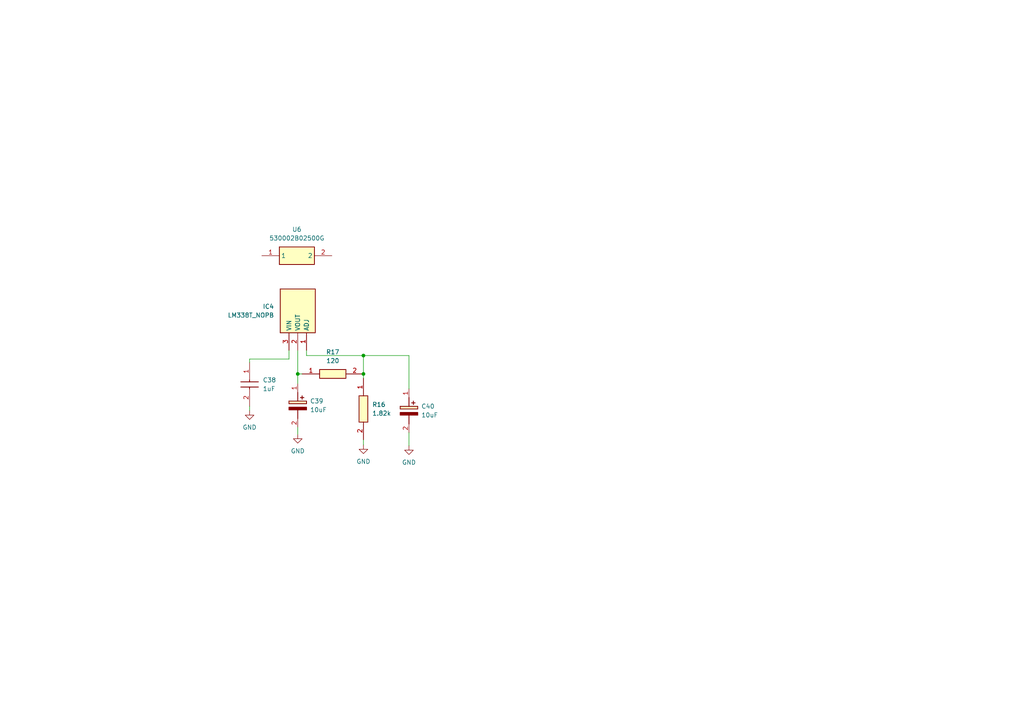
<source format=kicad_sch>
(kicad_sch (version 20230121) (generator eeschema)
  (paper "A4")
  (lib_symbols
    (symbol "Audio System:530002B02500G"
      (property "Reference" "U" (at 16.51 7.62 0))
      (property "Value" "530002B02500G" (at 16.51 5.08 0))
      (symbol "530002B02500G_1_1"
        (rectangle (start 5.08 2.54) (end 15.24 -2.54) (stroke (width 0.254)) (fill (type background)))
        (pin passive line (at 0 0 0) (length 5.08) (name "1") (number "1"))
        (pin passive line (at 20.32 0 180) (length 5.08) (name "2") (number "2"))
      )
    )
    (symbol "Audio System:A759BQ106M1VAAE090" (pin_names hide)
      (property "Reference" "C" (at 8.89 6.35 0))
      (property "Value" "A759BQ106M1VAAE090" (at 8.89 3.81 0))
      (symbol "A759BQ106M1VAAE090_1_1"
        (polyline (pts (xy 2.54 0) (xy 5.08 0)) (stroke (width 0.254)))
        (polyline (pts (xy 4.064 1.778) (xy 4.064 0.762)) (stroke (width 0.254)))
        (polyline (pts (xy 4.572 1.27) (xy 3.556 1.27)) (stroke (width 0.254)))
        (polyline (pts (xy 7.62 0) (xy 10.16 0)) (stroke (width 0.254)))
        (polyline (pts (xy 7.62 2.54) (xy 7.62 -2.54) (xy 6.858 -2.54) (xy 6.858 2.54) (xy 7.62 2.54)) (stroke (width 0.254)) (fill (type outline)))
        (rectangle (start 5.08 2.54) (end 5.842 -2.54) (stroke (width 0.254)) (fill (type background)))
        (pin passive line (at 0 0 0) (length 2.54) (name "+") (number "1"))
        (pin passive line (at 12.7 0 180) (length 2.54) (name "-") (number "2"))
      )
    )
    (symbol "Audio System:CL21B105KOFNNNE" (pin_names hide)
      (property "Reference" "C" (at 8.89 6.35 0))
      (property "Value" "CL21B105KOFNNNE" (at 8.89 3.81 0))
      (symbol "CL21B105KOFNNNE_1_1"
        (polyline (pts (xy 5.08 0) (xy 5.588 0)) (stroke (width 0.254)))
        (polyline (pts (xy 5.588 2.54) (xy 5.588 -2.54)) (stroke (width 0.254)))
        (polyline (pts (xy 7.112 0) (xy 7.62 0)) (stroke (width 0.254)))
        (polyline (pts (xy 7.112 2.54) (xy 7.112 -2.54)) (stroke (width 0.254)))
        (pin passive line (at 0 0 0) (length 5.08) (name "1") (number "1"))
        (pin passive line (at 12.7 0 180) (length 5.08) (name "2") (number "2"))
      )
    )
    (symbol "Audio System:LM338T_NOPB"
      (property "Reference" "IC" (at 19.05 7.62 0))
      (property "Value" "LM338T_NOPB" (at 19.05 5.08 0))
      (symbol "LM338T_NOPB_1_1"
        (rectangle (start 5.08 2.54) (end 17.78 -7.62) (stroke (width 0.254)) (fill (type background)))
        (pin passive line (at 0 0 0) (length 5.08) (name "ADJ") (number "1"))
        (pin passive line (at 0 -2.54 0) (length 5.08) (name "VOUT") (number "2"))
        (pin passive line (at 0 -5.08 0) (length 5.08) (name "VIN") (number "3"))
      )
    )
    (symbol "Audio System:RC0805FR-07120RL" (pin_names hide)
      (property "Reference" "R" (at 13.97 6.35 0))
      (property "Value" "RC0805FR-07120RL" (at 13.97 3.81 0))
      (symbol "RC0805FR-07120RL_1_1"
        (rectangle (start 5.08 1.27) (end 12.7 -1.27) (stroke (width 0.254)) (fill (type background)))
        (pin passive line (at 0 0 0) (length 5.08) (name "1") (number "1"))
        (pin passive line (at 17.78 0 180) (length 5.08) (name "2") (number "2"))
      )
    )
    (symbol "Audio System:RC1206FR-071K82L" (pin_names hide)
      (property "Reference" "R" (at 13.97 6.35 0))
      (property "Value" "RC1206FR-071K82L" (at 13.97 3.81 0))
      (symbol "RC1206FR-071K82L_1_1"
        (rectangle (start 5.08 1.27) (end 12.7 -1.27) (stroke (width 0.254)) (fill (type background)))
        (pin passive line (at 0 0 0) (length 5.08) (name "1") (number "1"))
        (pin passive line (at 17.78 0 180) (length 5.08) (name "2") (number "2"))
      )
    )
    (symbol "power:GND" (power) (pin_names (offset 0))
      (property "Value" "GND" (at 0 -3.81 0))
      (symbol "GND_0_1"
        (polyline (pts (xy 0 0) (xy 0 -1.27) (xy 1.27 -1.27) (xy 0 -2.54) (xy -1.27 -1.27) (xy 0 -1.27)))
      )
      (symbol "GND_1_1"
        (pin power_in line (at 0 0 270) (length 0) hide (name "GND") (number "1"))
      )
    )
  )
  (junction (at 105.41 103.124))
  (junction (at 86.36 108.458))
  (junction (at 105.41 108.458))
  (wire (pts (xy 105.41 103.124) (xy 88.9 103.124)))
  (wire (pts (xy 72.39 104.14) (xy 83.82 104.14)))
  (wire (pts (xy 118.618 125.476) (xy 118.618 129.286)))
  (wire (pts (xy 86.36 123.952) (xy 86.36 125.984)))
  (wire (pts (xy 105.41 108.458) (xy 105.41 109.728)))
  (wire (pts (xy 118.618 112.776) (xy 118.618 103.124)))
  (wire (pts (xy 83.82 104.14) (xy 83.82 101.6)))
  (wire (pts (xy 105.41 103.124) (xy 105.41 108.458)))
  (wire (pts (xy 72.39 105.156) (xy 72.39 104.14)))
  (wire (pts (xy 86.36 101.6) (xy 86.36 108.458)))
  (wire (pts (xy 86.36 108.458) (xy 87.63 108.458)))
  (wire (pts (xy 88.9 103.124) (xy 88.9 101.6)))
  (wire (pts (xy 118.618 103.124) (xy 105.41 103.124)))
  (wire (pts (xy 72.39 117.856) (xy 72.39 119.126)))
  (wire (pts (xy 86.36 108.458) (xy 86.36 111.252)))
  (wire (pts (xy 105.41 127.508) (xy 105.41 129.032)))
  (symbol (lib_id "power:GND") (at 72.39 119.126 0) (unit 1)
    (property "Reference" "#PWR036" (effects hide))
    (property "Value" "GND" (at 72.39 123.952 0))
  )
  (symbol (lib_id "Audio System:A759BQ106M1VAAE090") (at 86.36 111.252 270) (unit 1)
    (property "Reference" "C39" (at 89.916 116.332 90) (effects (justify left)))
    (property "Value" "10uF" (at 89.916 118.872 90) (effects (justify left)))
    (property "Footprint" "CAPPRD200W55D500H1200" (effects hide))
    (property "Datasheet" "https://www.kemet.com/specsheet/A759BQ106M1VAAE090" (effects hide))
    (property "Height" "12" (effects hide))
    (property "Manufacturer_Name" "KEMET" (effects hide))
    (property "Manufacturer_Part_Number" "A759BQ106M1VAAE090" (effects hide))
    (property "Mouser Part Number" "80-A759BQ106M1VAAE90" (effects hide))
    (property "Mouser Price/Stock" "https://www.mouser.co.uk/ProductDetail/KEMET/A759BQ106M1VAAE090?qs=M6jHmRuQorVuNB734fjr7g%3D%3D" (effects hide))
    (property "Arrow Part Number" "A759BQ106M1VAAE090" (effects hide))
    (property "Arrow Price/Stock" "https://www.arrow.com/en/products/a759bq106m1vaae090/kemet-corporation?region=nac" (effects hide))
  )
  (symbol (lib_id "Audio System:CL21B105KOFNNNE") (at 72.39 105.156 270) (unit 1)
    (property "Reference" "C38" (at 76.2 110.236 90) (effects (justify left)))
    (property "Value" "1uF" (at 76.2 112.776 90) (effects (justify left)))
    (property "Footprint" "CAPC2012X135N" (effects hide))
    (property "Datasheet" "https://www.mouser.in/datasheet/2/585/MLCC-1837944.pdf" (effects hide))
    (property "Height" "1.35" (effects hide))
    (property "Manufacturer_Name" "SAMSUNG" (effects hide))
    (property "Manufacturer_Part_Number" "CL21B105KOFNNNE" (effects hide))
    (property "Mouser Part Number" "187-CL21B105KOFNNNE" (effects hide))
    (property "Mouser Price/Stock" "https://www.mouser.co.uk/ProductDetail/Samsung-Electro-Mechanics/CL21B105KOFNNNE?qs=349EhDEZ59ohjD72SbqNgA%3D%3D" (effects hide))
    (property "Arrow Part Number" "CL21B105KOFNNNE" (effects hide))
    (property "Arrow Price/Stock" "https://www.arrow.com/en/products/cl21b105kofnnne/samsung-electro-mechanics?region=nac" (effects hide))
  )
  (symbol (lib_id "Audio System:A759BQ106M1VAAE090") (at 118.618 112.776 270) (unit 1)
    (property "Reference" "C40" (at 122.174 117.856 90) (effects (justify left)))
    (property "Value" "10uF" (at 122.174 120.396 90) (effects (justify left)))
    (property "Footprint" "CAPPRD200W55D500H1200" (effects hide))
    (property "Datasheet" "https://www.kemet.com/specsheet/A759BQ106M1VAAE090" (effects hide))
    (property "Height" "12" (effects hide))
    (property "Manufacturer_Name" "KEMET" (effects hide))
    (property "Manufacturer_Part_Number" "A759BQ106M1VAAE090" (effects hide))
    (property "Mouser Part Number" "80-A759BQ106M1VAAE90" (effects hide))
    (property "Mouser Price/Stock" "https://www.mouser.co.uk/ProductDetail/KEMET/A759BQ106M1VAAE090?qs=M6jHmRuQorVuNB734fjr7g%3D%3D" (effects hide))
    (property "Arrow Part Number" "A759BQ106M1VAAE090" (effects hide))
    (property "Arrow Price/Stock" "https://www.arrow.com/en/products/a759bq106m1vaae090/kemet-corporation?region=nac" (effects hide))
  )
  (symbol (lib_id "Audio System:530002B02500G") (at 75.946 74.168 0) (unit 1)
    (property "Reference" "U6" (at 86.106 66.548 0))
    (property "Value" "530002B02500G" (at 86.106 69.088 0))
    (property "Footprint" "529802B02500G" (effects hide))
    (property "Datasheet" "https://datasheet.datasheetarchive.com/originals/distributors/Datasheets-DGA11/2294712.pdf" (effects hide))
    (property "Manufacturer_Name" "Aavid Thermalloy" (effects hide))
    (property "Manufacturer_Part_Number" "530002B02500G" (effects hide))
    (property "Mouser Part Number" "532-530002B02500G" (effects hide))
    (property "Mouser Price/Stock" "https://www.mouser.co.uk/ProductDetail/Aavid/530002B02500G?qs=U7T%2FEnMyvTvnsUSILY5qjg%3D%3D" (effects hide))
    (property "Arrow Part Number" "530002B02500G" (effects hide))
    (property "Arrow Price/Stock" "https://www.arrow.com/en/products/530002b02500g/aavid-thermalloy" (effects hide))
  )
  (symbol (lib_id "Audio System:RC1206FR-071K82L") (at 105.41 109.728 270) (unit 1)
    (property "Reference" "R16" (at 107.95 117.348 90) (effects (justify left)))
    (property "Value" "1.82k" (at 107.95 119.888 90) (effects (justify left)))
    (property "Footprint" "RESC3116X65N" (effects hide))
    (property "Datasheet" "https://www.sos.sk/productdata/35/10/4/35104/RC1206.pdf" (effects hide))
    (property "Height" "0.65" (effects hide))
    (property "Manufacturer_Name" "KEMET" (effects hide))
    (property "Manufacturer_Part_Number" "RC1206FR-071K82L" (effects hide))
    (property "Mouser Part Number" "603-RC1206FR-071K82L" (effects hide))
    (property "Mouser Price/Stock" "https://www.mouser.com/Search/Refine.aspx?Keyword=603-RC1206FR-071K82L" (effects hide))
    (property "Arrow Part Number" "RC1206FR-071K82L" (effects hide))
    (property "Arrow Price/Stock" "https://www.arrow.com/en/products/rc1206fr-071k82l/yageo" (effects hide))
  )
  (symbol (lib_id "power:GND") (at 86.36 125.984 0) (unit 1)
    (property "Reference" "#PWR034" (effects hide))
    (property "Value" "GND" (at 86.36 130.81 0))
  )
  (symbol (lib_id "power:GND") (at 118.618 129.286 0) (unit 1)
    (property "Reference" "#PWR037" (effects hide))
    (property "Value" "GND" (at 118.618 134.112 0))
  )
  (symbol (lib_id "Audio System:RC0805FR-07120RL") (at 87.63 108.458 0) (unit 1)
    (property "Reference" "R17" (at 96.52 102.108 0))
    (property "Value" "120" (at 96.52 104.648 0))
    (property "Footprint" "RESC2012X60N" (effects hide))
    (property "Datasheet" "https://www.yageo.com/upload/media/product/productsearch/datasheet/rchip/PYu-RC_Group_51_RoHS_L_11.pdf" (effects hide))
    (property "Height" "0.6" (effects hide))
    (property "Manufacturer_Name" "YAGEO" (effects hide))
    (property "Manufacturer_Part_Number" "RC0805FR-07120RL" (effects hide))
    (property "Mouser Part Number" "603-RC0805FR-07120RL" (effects hide))
    (property "Mouser Price/Stock" "https://www.mouser.co.uk/ProductDetail/YAGEO/RC0805FR-07120RL?qs=8Y8p%252BasKcI6vIO3xOajS2Q%3D%3D" (effects hide))
    (property "Arrow Part Number" "RC0805FR-07120RL" (effects hide))
    (property "Arrow Price/Stock" "https://www.arrow.com/en/products/rc0805fr-07120rl/yageo?region=nac" (effects hide))
  )
  (symbol (lib_id "Audio System:LM338T_NOPB") (at 88.9 101.6 270) (mirror x) (unit 1)
    (property "Reference" "IC4" (at 79.502 88.9 90) (effects (justify right)))
    (property "Value" "LM338T_NOPB" (at 79.502 91.44 90) (effects (justify right)))
    (property "Footprint" "TO254P470X1028X1955-3P" (effects hide))
    (property "Datasheet" "http://www.ti.com/lit/ds/symlink/lm338.pdf" (effects hide))
    (property "Height" "4.7" (effects hide))
    (property "Manufacturer_Name" "Texas Instruments" (effects hide))
    (property "Manufacturer_Part_Number" "LM338T/NOPB" (effects hide))
    (property "Mouser Part Number" "926-LM338T/NOPB" (effects hide))
    (property "Mouser Price/Stock" "https://www.mouser.co.uk/ProductDetail/Texas-Instruments/LM338T-NOPB?qs=X1J7HmVL2ZENaH7%2FMvkSlw%3D%3D" (effects hide))
    (property "Arrow Part Number" "LM338T/NOPB" (effects hide))
    (property "Arrow Price/Stock" "null?region=nac" (effects hide))
  )
  (symbol (lib_id "power:GND") (at 105.41 129.032 0) (unit 1)
    (property "Reference" "#PWR035" (effects hide))
    (property "Value" "GND" (at 105.41 133.858 0))
  )
)
</source>
